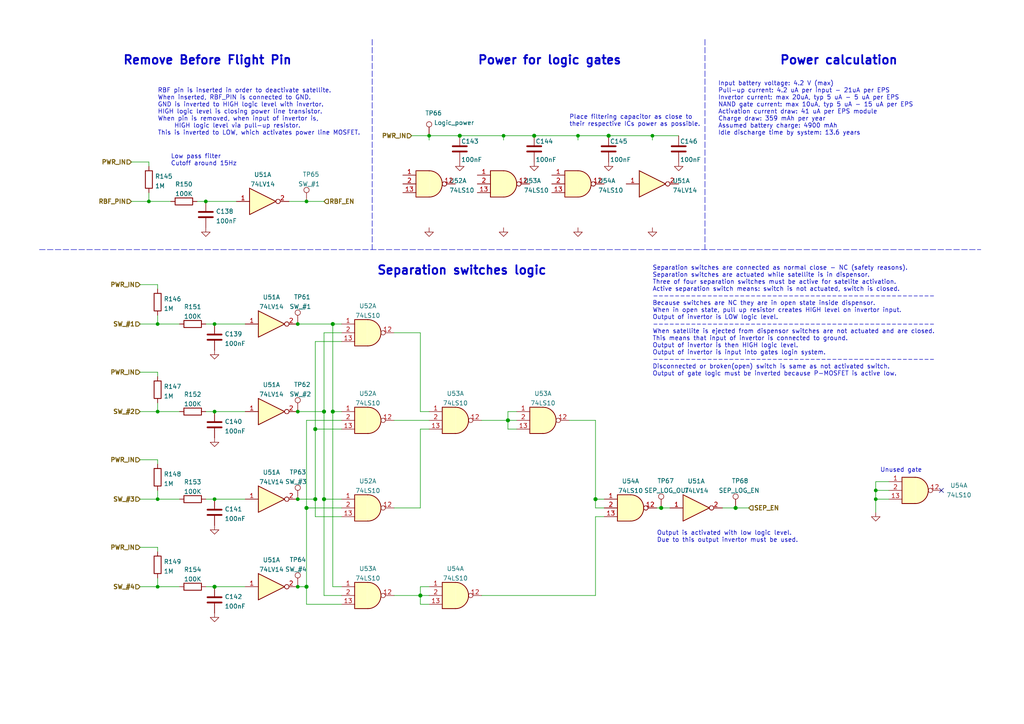
<source format=kicad_sch>
(kicad_sch (version 20210621) (generator eeschema)
  (paper "A4")
  (title_block (title "BUTCube - EPS") (date "2021-06-01") (rev "v1.0") (company "VUT - FIT(STRaDe) & FME(IAE & IPE)") (comment 1 "Author: Petr Malaník"))
  (lib_symbols
    (symbol "74xx:74LS10" (pin_names (offset 1.016))
      (property "Reference" "U" (at 0 1.27 0))
      (property "Value" "74LS10" (at 0 -1.27 0))
      (symbol "74LS10_1_1"
        (arc (start 0 -3.81) (end 0 3.81) (radius (at 0 0) (length 3.81) (angles -89.9 89.9)) (stroke (width 0.254)) (fill (type background)))
        (polyline (pts (xy 0 3.81) (xy -3.81 3.81) (xy -3.81 -3.81) (xy 0 -3.81)) (stroke (width 0.254)) (fill (type background)))
        (pin input line (at -7.62 2.54 0) (length 3.81) (name "~") (number "1"))
        (pin output inverted (at 7.62 0 180) (length 3.81) (name "~") (number "12"))
        (pin input line (at -7.62 -2.54 0) (length 3.81) (name "~") (number "13"))
        (pin input line (at -7.62 0 0) (length 3.81) (name "~") (number "2"))
      )
      (symbol "74LS10_1_2"
        (arc (start -3.81 3.81) (end -3.81 -3.81) (radius (at -9.144 0) (length 6.5532) (angles 35.4 -35.4)) (stroke (width 0.254)))
        (arc (start 3.81 0) (end -0.6096 3.81) (radius (at -1.1938 -1.3208) (length 5.1816) (angles 15 83.7)) (stroke (width 0.254)) (fill (type background)))
        (arc (start 3.81 0) (end -0.6096 -3.81) (radius (at -1.1938 1.3208) (length 5.1816) (angles -15 -83.7)) (stroke (width 0.254)) (fill (type background)))
        (polyline (pts (xy -3.81 -3.81) (xy -0.635 -3.81)) (stroke (width 0.254)) (fill (type background)))
        (polyline (pts (xy -3.81 3.81) (xy -0.635 3.81)) (stroke (width 0.254)) (fill (type background)))
        (polyline (pts (xy -0.635 3.81) (xy -3.81 3.81) (xy -3.81 3.81) (xy -3.556 3.4036) (xy -3.0226 2.2606) (xy -2.6924 1.0414) (xy -2.6162 -0.254) (xy -2.7686 -1.4986) (xy -3.175 -2.7178) (xy -3.81 -3.81) (xy -3.81 -3.81) (xy -0.635 -3.81)) (stroke (width -25.4)) (fill (type background)))
        (pin input inverted (at -7.62 2.54 0) (length 4.318) (name "~") (number "1"))
        (pin output line (at 7.62 0 180) (length 3.81) (name "~") (number "12"))
        (pin input inverted (at -7.62 -2.54 0) (length 4.318) (name "~") (number "13"))
        (pin input inverted (at -7.62 0 0) (length 4.953) (name "~") (number "2"))
      )
      (symbol "74LS10_2_1"
        (arc (start 0 -3.81) (end 0 3.81) (radius (at 0 0) (length 3.81) (angles -89.9 89.9)) (stroke (width 0.254)) (fill (type background)))
        (polyline (pts (xy 0 3.81) (xy -3.81 3.81) (xy -3.81 -3.81) (xy 0 -3.81)) (stroke (width 0.254)) (fill (type background)))
        (pin input line (at -7.62 2.54 0) (length 3.81) (name "~") (number "3"))
        (pin input line (at -7.62 0 0) (length 3.81) (name "~") (number "4"))
        (pin input line (at -7.62 -2.54 0) (length 3.81) (name "~") (number "5"))
        (pin output inverted (at 7.62 0 180) (length 3.81) (name "~") (number "6"))
      )
      (symbol "74LS10_2_2"
        (arc (start -3.81 3.81) (end -3.81 -3.81) (radius (at -9.144 0) (length 6.5532) (angles 35.4 -35.4)) (stroke (width 0.254)))
        (arc (start 3.81 0) (end -0.6096 3.81) (radius (at -1.1938 -1.3208) (length 5.1816) (angles 15 83.7)) (stroke (width 0.254)) (fill (type background)))
        (arc (start 3.81 0) (end -0.6096 -3.81) (radius (at -1.1938 1.3208) (length 5.1816) (angles -15 -83.7)) (stroke (width 0.254)) (fill (type background)))
        (polyline (pts (xy -3.81 -3.81) (xy -0.635 -3.81)) (stroke (width 0.254)) (fill (type background)))
        (polyline (pts (xy -3.81 3.81) (xy -0.635 3.81)) (stroke (width 0.254)) (fill (type background)))
        (polyline (pts (xy -0.635 3.81) (xy -3.81 3.81) (xy -3.81 3.81) (xy -3.556 3.4036) (xy -3.0226 2.2606) (xy -2.6924 1.0414) (xy -2.6162 -0.254) (xy -2.7686 -1.4986) (xy -3.175 -2.7178) (xy -3.81 -3.81) (xy -3.81 -3.81) (xy -0.635 -3.81)) (stroke (width -25.4)) (fill (type background)))
        (pin input inverted (at -7.62 2.54 0) (length 4.318) (name "~") (number "3"))
        (pin input inverted (at -7.62 0 0) (length 4.953) (name "~") (number "4"))
        (pin input inverted (at -7.62 -2.54 0) (length 4.318) (name "~") (number "5"))
        (pin output line (at 7.62 0 180) (length 3.81) (name "~") (number "6"))
      )
      (symbol "74LS10_3_1"
        (arc (start 0 -3.81) (end 0 3.81) (radius (at 0 0) (length 3.81) (angles -89.9 89.9)) (stroke (width 0.254)) (fill (type background)))
        (polyline (pts (xy 0 3.81) (xy -3.81 3.81) (xy -3.81 -3.81) (xy 0 -3.81)) (stroke (width 0.254)) (fill (type background)))
        (pin input line (at -7.62 0 0) (length 3.81) (name "~") (number "10"))
        (pin input line (at -7.62 -2.54 0) (length 3.81) (name "~") (number "11"))
        (pin output inverted (at 7.62 0 180) (length 3.81) (name "~") (number "8"))
        (pin input line (at -7.62 2.54 0) (length 3.81) (name "~") (number "9"))
      )
      (symbol "74LS10_3_2"
        (arc (start -3.81 3.81) (end -3.81 -3.81) (radius (at -9.144 0) (length 6.5532) (angles 35.4 -35.4)) (stroke (width 0.254)))
        (arc (start 3.81 0) (end -0.6096 3.81) (radius (at -1.1938 -1.3208) (length 5.1816) (angles 15 83.7)) (stroke (width 0.254)) (fill (type background)))
        (arc (start 3.81 0) (end -0.6096 -3.81) (radius (at -1.1938 1.3208) (length 5.1816) (angles -15 -83.7)) (stroke (width 0.254)) (fill (type background)))
        (polyline (pts (xy -3.81 -3.81) (xy -0.635 -3.81)) (stroke (width 0.254)) (fill (type background)))
        (polyline (pts (xy -3.81 3.81) (xy -0.635 3.81)) (stroke (width 0.254)) (fill (type background)))
        (polyline (pts (xy -0.635 3.81) (xy -3.81 3.81) (xy -3.81 3.81) (xy -3.556 3.4036) (xy -3.0226 2.2606) (xy -2.6924 1.0414) (xy -2.6162 -0.254) (xy -2.7686 -1.4986) (xy -3.175 -2.7178) (xy -3.81 -3.81) (xy -3.81 -3.81) (xy -0.635 -3.81)) (stroke (width -25.4)) (fill (type background)))
        (pin input inverted (at -7.62 0 0) (length 4.953) (name "~") (number "10"))
        (pin input inverted (at -7.62 -2.54 0) (length 4.318) (name "~") (number "11"))
        (pin output line (at 7.62 0 180) (length 3.81) (name "~") (number "8"))
        (pin input inverted (at -7.62 2.54 0) (length 4.318) (name "~") (number "9"))
      )
      (symbol "74LS10_4_0"
        (pin power_in line (at 0 12.7 270) (length 5.08) (name "VCC") (number "14"))
        (pin power_in line (at 0 -12.7 90) (length 5.08) (name "GND") (number "7"))
      )
      (symbol "74LS10_4_1"
        (rectangle (start -5.08 7.62) (end 5.08 -7.62) (stroke (width 0.254)) (fill (type background)))
      )
    )
    (symbol "74xx:74LV14" (pin_names (offset 1.016))
      (property "Reference" "U" (at 0 1.27 0))
      (property "Value" "74LV14" (at 0 -1.27 0))
      (symbol "74LV14_1_0"
        (polyline (pts (xy -3.81 3.81) (xy -3.81 -3.81) (xy 3.81 0) (xy -3.81 3.81)) (stroke (width 0.254)) (fill (type background)))
        (pin input line (at -7.62 0 0) (length 3.81) (name "~") (number "1"))
        (pin output inverted (at 7.62 0 180) (length 3.81) (name "~") (number "2"))
      )
      (symbol "74LV14_2_0"
        (polyline (pts (xy -3.81 3.81) (xy -3.81 -3.81) (xy 3.81 0) (xy -3.81 3.81)) (stroke (width 0.254)) (fill (type background)))
        (pin input line (at -7.62 0 0) (length 3.81) (name "~") (number "3"))
        (pin output inverted (at 7.62 0 180) (length 3.81) (name "~") (number "4"))
      )
      (symbol "74LV14_3_0"
        (polyline (pts (xy -3.81 3.81) (xy -3.81 -3.81) (xy 3.81 0) (xy -3.81 3.81)) (stroke (width 0.254)) (fill (type background)))
        (pin input line (at -7.62 0 0) (length 3.81) (name "~") (number "5"))
        (pin output inverted (at 7.62 0 180) (length 3.81) (name "~") (number "6"))
      )
      (symbol "74LV14_4_0"
        (polyline (pts (xy -3.81 3.81) (xy -3.81 -3.81) (xy 3.81 0) (xy -3.81 3.81)) (stroke (width 0.254)) (fill (type background)))
        (pin output inverted (at 7.62 0 180) (length 3.81) (name "~") (number "8"))
        (pin input line (at -7.62 0 0) (length 3.81) (name "~") (number "9"))
      )
      (symbol "74LV14_5_0"
        (polyline (pts (xy -3.81 3.81) (xy -3.81 -3.81) (xy 3.81 0) (xy -3.81 3.81)) (stroke (width 0.254)) (fill (type background)))
        (pin output inverted (at 7.62 0 180) (length 3.81) (name "~") (number "10"))
        (pin input line (at -7.62 0 0) (length 3.81) (name "~") (number "11"))
      )
      (symbol "74LV14_6_0"
        (polyline (pts (xy -3.81 3.81) (xy -3.81 -3.81) (xy 3.81 0) (xy -3.81 3.81)) (stroke (width 0.254)) (fill (type background)))
        (pin output inverted (at 7.62 0 180) (length 3.81) (name "~") (number "12"))
        (pin input line (at -7.62 0 0) (length 3.81) (name "~") (number "13"))
      )
      (symbol "74LV14_7_0"
        (pin power_in line (at 0 12.7 270) (length 5.08) (name "3.3V") (number "14"))
        (pin power_in line (at 0 -12.7 90) (length 5.08) (name "GND") (number "7"))
      )
      (symbol "74LV14_7_1"
        (rectangle (start -5.08 7.62) (end 5.08 -7.62) (stroke (width 0.254)) (fill (type background)))
      )
    )
    (symbol "Connector:TestPoint" (pin_numbers hide) (pin_names (offset 0.762) hide)
      (property "Reference" "TP" (at 0 6.858 0))
      (property "Value" "TestPoint" (at 0 5.08 0))
      (symbol "TestPoint_0_1"
        (circle (center 0 3.302) (radius 0.762))
      )
      (symbol "TestPoint_1_1"
        (pin passive line (at 0 0 90) (length 2.54) (name "1") (number "1"))
      )
    )
    (symbol "Device:C" (pin_numbers hide) (pin_names (offset 0.254))
      (property "Reference" "C" (at 0.635 2.54 0))
      (property "Value" "C" (at 0.635 -2.54 0))
      (symbol "C_0_1"
        (polyline (pts (xy -2.032 -0.762) (xy 2.032 -0.762)) (stroke (width 0.508)))
        (polyline (pts (xy -2.032 0.762) (xy 2.032 0.762)) (stroke (width 0.508)))
      )
      (symbol "C_1_1"
        (pin passive line (at 0 3.81 270) (length 2.794) (name "~") (number "1"))
        (pin passive line (at 0 -3.81 90) (length 2.794) (name "~") (number "2"))
      )
    )
    (symbol "Device:R" (pin_numbers hide) (pin_names (offset 0))
      (property "Reference" "R" (at 2.032 0 90))
      (property "Value" "R" (at 0 0 90))
      (symbol "R_0_1"
        (rectangle (start -1.016 -2.54) (end 1.016 2.54) (stroke (width 0.254)))
      )
      (symbol "R_1_1"
        (pin passive line (at 0 3.81 270) (length 1.27) (name "~") (number "1"))
        (pin passive line (at 0 -3.81 90) (length 1.27) (name "~") (number "2"))
      )
    )
    (symbol "power:GND" (power) (pin_names (offset 0))
      (property "Value" "GND" (at 0 -3.81 0))
      (symbol "GND_0_1"
        (polyline (pts (xy 0 0) (xy 0 -1.27) (xy 1.27 -1.27) (xy 0 -2.54) (xy -1.27 -1.27) (xy 0 -1.27)))
      )
      (symbol "GND_1_1"
        (pin power_in line (at 0 0 270) (length 0) hide (name "GND") (number "1"))
      )
    )
  )
  (junction (at 43.18 58.42) (diameter 0.9144))
  (junction (at 45.72 93.98) (diameter 0.9144))
  (junction (at 45.72 119.38) (diameter 0.9144))
  (junction (at 45.72 144.78) (diameter 0.9144))
  (junction (at 45.72 170.18) (diameter 0.9144))
  (junction (at 59.69 58.42) (diameter 0.9144))
  (junction (at 62.23 93.98) (diameter 0.9144))
  (junction (at 62.23 119.38) (diameter 0.9144))
  (junction (at 62.23 144.78) (diameter 0.9144))
  (junction (at 62.23 170.18) (diameter 1.016))
  (junction (at 86.36 93.98) (diameter 0.9144))
  (junction (at 86.36 119.38) (diameter 0.9144))
  (junction (at 86.36 144.78) (diameter 0.9144))
  (junction (at 86.36 170.18) (diameter 0.9144))
  (junction (at 88.9 58.42) (diameter 0.9144))
  (junction (at 88.9 147.32) (diameter 1.016))
  (junction (at 88.9 170.18) (diameter 1.016))
  (junction (at 91.44 124.46) (diameter 1.016))
  (junction (at 91.44 144.78) (diameter 1.016))
  (junction (at 93.98 119.38) (diameter 1.016))
  (junction (at 93.98 144.78) (diameter 1.016))
  (junction (at 96.52 93.98) (diameter 1.016))
  (junction (at 96.52 119.38) (diameter 1.016))
  (junction (at 121.92 172.72) (diameter 1.016))
  (junction (at 124.46 39.37) (diameter 0.9144))
  (junction (at 133.35 39.37) (diameter 1.016))
  (junction (at 146.05 39.37) (diameter 0.9144))
  (junction (at 147.32 121.92) (diameter 1.016))
  (junction (at 154.94 39.37) (diameter 1.016))
  (junction (at 167.64 39.37) (diameter 0.9144))
  (junction (at 172.72 144.78) (diameter 1.016))
  (junction (at 176.53 39.37) (diameter 1.016))
  (junction (at 189.23 39.37) (diameter 0.9144))
  (junction (at 191.77 147.32) (diameter 1.016))
  (junction (at 213.36 147.32) (diameter 1.016))
  (junction (at 254 142.24) (diameter 0.9144))
  (junction (at 254 144.78) (diameter 0.9144))
  (no_connect (at 273.05 142.24))
  (wire (pts (xy 38.1 46.99) (xy 43.18 46.99)))
  (wire (pts (xy 38.1 58.42) (xy 43.18 58.42)))
  (wire (pts (xy 40.64 82.55) (xy 45.72 82.55)))
  (wire (pts (xy 40.64 93.98) (xy 45.72 93.98)))
  (wire (pts (xy 40.64 107.95) (xy 45.72 107.95)))
  (wire (pts (xy 40.64 119.38) (xy 45.72 119.38)))
  (wire (pts (xy 40.64 133.35) (xy 45.72 133.35)))
  (wire (pts (xy 40.64 144.78) (xy 45.72 144.78)))
  (wire (pts (xy 40.64 158.75) (xy 45.72 158.75)))
  (wire (pts (xy 40.64 170.18) (xy 45.72 170.18)))
  (wire (pts (xy 43.18 46.99) (xy 43.18 48.26)))
  (wire (pts (xy 43.18 55.88) (xy 43.18 58.42)))
  (wire (pts (xy 43.18 58.42) (xy 49.53 58.42)))
  (wire (pts (xy 45.72 82.55) (xy 45.72 83.82)))
  (wire (pts (xy 45.72 91.44) (xy 45.72 93.98)))
  (wire (pts (xy 45.72 93.98) (xy 52.07 93.98)))
  (wire (pts (xy 45.72 107.95) (xy 45.72 109.22)))
  (wire (pts (xy 45.72 116.84) (xy 45.72 119.38)))
  (wire (pts (xy 45.72 119.38) (xy 52.07 119.38)))
  (wire (pts (xy 45.72 133.35) (xy 45.72 134.62)))
  (wire (pts (xy 45.72 142.24) (xy 45.72 144.78)))
  (wire (pts (xy 45.72 144.78) (xy 52.07 144.78)))
  (wire (pts (xy 45.72 158.75) (xy 45.72 160.02)))
  (wire (pts (xy 45.72 167.64) (xy 45.72 170.18)))
  (wire (pts (xy 45.72 170.18) (xy 52.07 170.18)))
  (wire (pts (xy 57.15 58.42) (xy 59.69 58.42)))
  (wire (pts (xy 59.69 58.42) (xy 68.58 58.42)))
  (wire (pts (xy 59.69 93.98) (xy 62.23 93.98)))
  (wire (pts (xy 59.69 119.38) (xy 62.23 119.38)))
  (wire (pts (xy 59.69 144.78) (xy 62.23 144.78)))
  (wire (pts (xy 59.69 170.18) (xy 62.23 170.18)))
  (wire (pts (xy 62.23 93.98) (xy 71.12 93.98)))
  (wire (pts (xy 62.23 119.38) (xy 71.12 119.38)))
  (wire (pts (xy 62.23 144.78) (xy 71.12 144.78)))
  (wire (pts (xy 62.23 170.18) (xy 71.12 170.18)))
  (wire (pts (xy 86.36 119.38) (xy 93.98 119.38)))
  (wire (pts (xy 86.36 144.78) (xy 91.44 144.78)))
  (wire (pts (xy 88.9 58.42) (xy 83.82 58.42)))
  (wire (pts (xy 88.9 58.42) (xy 93.98 58.42)))
  (wire (pts (xy 88.9 121.92) (xy 99.06 121.92)))
  (wire (pts (xy 88.9 147.32) (xy 88.9 121.92)))
  (wire (pts (xy 88.9 147.32) (xy 99.06 147.32)))
  (wire (pts (xy 88.9 170.18) (xy 86.36 170.18)))
  (wire (pts (xy 88.9 170.18) (xy 88.9 147.32)))
  (wire (pts (xy 88.9 175.26) (xy 88.9 170.18)))
  (wire (pts (xy 91.44 99.06) (xy 99.06 99.06)))
  (wire (pts (xy 91.44 124.46) (xy 91.44 99.06)))
  (wire (pts (xy 91.44 124.46) (xy 99.06 124.46)))
  (wire (pts (xy 91.44 144.78) (xy 91.44 124.46)))
  (wire (pts (xy 91.44 149.86) (xy 91.44 144.78)))
  (wire (pts (xy 93.98 96.52) (xy 99.06 96.52)))
  (wire (pts (xy 93.98 119.38) (xy 93.98 96.52)))
  (wire (pts (xy 93.98 119.38) (xy 93.98 144.78)))
  (wire (pts (xy 93.98 144.78) (xy 93.98 172.72)))
  (wire (pts (xy 93.98 144.78) (xy 99.06 144.78)))
  (wire (pts (xy 93.98 172.72) (xy 99.06 172.72)))
  (wire (pts (xy 96.52 93.98) (xy 86.36 93.98)))
  (wire (pts (xy 96.52 93.98) (xy 99.06 93.98)))
  (wire (pts (xy 96.52 119.38) (xy 96.52 93.98)))
  (wire (pts (xy 96.52 119.38) (xy 99.06 119.38)))
  (wire (pts (xy 96.52 170.18) (xy 96.52 119.38)))
  (wire (pts (xy 99.06 149.86) (xy 91.44 149.86)))
  (wire (pts (xy 99.06 170.18) (xy 96.52 170.18)))
  (wire (pts (xy 99.06 175.26) (xy 88.9 175.26)))
  (wire (pts (xy 114.3 121.92) (xy 124.46 121.92)))
  (wire (pts (xy 114.3 147.32) (xy 121.92 147.32)))
  (wire (pts (xy 114.3 172.72) (xy 121.92 172.72)))
  (wire (pts (xy 119.38 39.37) (xy 124.46 39.37)))
  (wire (pts (xy 121.92 96.52) (xy 114.3 96.52)))
  (wire (pts (xy 121.92 119.38) (xy 121.92 96.52)))
  (wire (pts (xy 121.92 124.46) (xy 124.46 124.46)))
  (wire (pts (xy 121.92 147.32) (xy 121.92 124.46)))
  (wire (pts (xy 121.92 170.18) (xy 124.46 170.18)))
  (wire (pts (xy 121.92 172.72) (xy 121.92 170.18)))
  (wire (pts (xy 121.92 172.72) (xy 124.46 172.72)))
  (wire (pts (xy 121.92 175.26) (xy 121.92 172.72)))
  (wire (pts (xy 124.46 39.37) (xy 124.46 40.64)))
  (wire (pts (xy 124.46 39.37) (xy 133.35 39.37)))
  (wire (pts (xy 124.46 119.38) (xy 121.92 119.38)))
  (wire (pts (xy 124.46 175.26) (xy 121.92 175.26)))
  (wire (pts (xy 133.35 39.37) (xy 146.05 39.37)))
  (wire (pts (xy 139.7 121.92) (xy 147.32 121.92)))
  (wire (pts (xy 146.05 39.37) (xy 146.05 40.64)))
  (wire (pts (xy 146.05 39.37) (xy 154.94 39.37)))
  (wire (pts (xy 147.32 119.38) (xy 147.32 121.92)))
  (wire (pts (xy 147.32 121.92) (xy 147.32 124.46)))
  (wire (pts (xy 147.32 121.92) (xy 149.86 121.92)))
  (wire (pts (xy 147.32 124.46) (xy 149.86 124.46)))
  (wire (pts (xy 149.86 119.38) (xy 147.32 119.38)))
  (wire (pts (xy 154.94 39.37) (xy 167.64 39.37)))
  (wire (pts (xy 167.64 39.37) (xy 167.64 40.64)))
  (wire (pts (xy 167.64 39.37) (xy 176.53 39.37)))
  (wire (pts (xy 172.72 121.92) (xy 165.1 121.92)))
  (wire (pts (xy 172.72 144.78) (xy 172.72 121.92)))
  (wire (pts (xy 172.72 144.78) (xy 175.26 144.78)))
  (wire (pts (xy 172.72 147.32) (xy 172.72 144.78)))
  (wire (pts (xy 172.72 149.86) (xy 172.72 172.72)))
  (wire (pts (xy 172.72 172.72) (xy 139.7 172.72)))
  (wire (pts (xy 175.26 147.32) (xy 172.72 147.32)))
  (wire (pts (xy 175.26 149.86) (xy 172.72 149.86)))
  (wire (pts (xy 176.53 39.37) (xy 189.23 39.37)))
  (wire (pts (xy 189.23 39.37) (xy 189.23 40.64)))
  (wire (pts (xy 189.23 39.37) (xy 196.85 39.37)))
  (wire (pts (xy 190.5 147.32) (xy 191.77 147.32)))
  (wire (pts (xy 191.77 147.32) (xy 194.31 147.32)))
  (wire (pts (xy 209.55 147.32) (xy 213.36 147.32)))
  (wire (pts (xy 213.36 147.32) (xy 217.17 147.32)))
  (wire (pts (xy 254 139.7) (xy 254 142.24)))
  (wire (pts (xy 254 142.24) (xy 254 144.78)))
  (wire (pts (xy 254 142.24) (xy 257.81 142.24)))
  (wire (pts (xy 254 144.78) (xy 254 148.59)))
  (wire (pts (xy 254 144.78) (xy 257.81 144.78)))
  (wire (pts (xy 257.81 139.7) (xy 254 139.7)))
  (polyline (pts (xy 11.43 72.39) (xy 284.48 72.39)) (stroke (width 0) (type dash)))
  (polyline (pts (xy 107.95 11.43) (xy 107.95 72.39)) (stroke (width 0) (type dash)))
  (polyline (pts (xy 204.47 11.43) (xy 204.47 72.39)) (stroke (width 0) (type dash)))
  (text "Remove Before Flight Pin" (at 35.56 19.05 0) (effects (font (size 2.5 2.5) (thickness 0.5) bold) (justify left bottom)))
  (text "RBF pin is inserted in order to deactivate satellite.\nWhen inserted, RBF_PIN is connected to GND.\nGND is inverted to HIGH logic level with invertor.\nHIGH logic level is closing power line transistor.\nWhen pin is removed, when input of invertor is,\n	HIGH logic level via pull-up resistor.\nThis is inverted to LOW, which activates power line MOSFET." (at 45.72 39.37 0) (effects (font (size 1.27 1.27)) (justify left bottom)))
  (text "Low pass filter\nCutoff around 15Hz" (at 49.53 48.26 0) (effects (font (size 1.27 1.27)) (justify left bottom)))
  (text "Separation switches logic" (at 109.22 80.01 0) (effects (font (size 2.5 2.5) (thickness 0.5) bold) (justify left bottom)))
  (text "Power for logic gates" (at 138.43 19.05 0) (effects (font (size 2.5 2.5) (thickness 0.5) bold) (justify left bottom)))
  (text "Place filtering capacitor as close to\ntheir respective ICs power as possible." (at 165.1 36.83 0) (effects (font (size 1.27 1.27)) (justify left bottom)))
  (text "Separation switches are connected as normal close - NC (safety reasons).\nSeparation switches are actuated while satellite is in dispensor.\nThree of four separation switches must be active for satelite activation.\nActive separation switch means: switch is not actuated, switch is closed.\n----------------------------------------------------\nBecause switches are NC they are in open state inside dispensor.\nWhen in open state, pull up resistor creates HIGH level on invertor input.\nOutput of invertor is LOW logic level.\n----------------------------------------------------\nWhen satellite is ejected from dispensor switches are not actuated and are closed.\nThis means that input of invertor is connected to ground.\nOutput of invertor is then HIGH logic level.\nOutput of invertor is input into gates login system.\n----------------------------------------------------\nDisconnected or broken(open) switch is same as not activated switch.\nOutput of gate logic must be inverted because P-MOSFET is active low." (at 189.23 109.22 0) (effects (font (size 1.27 1.27)) (justify left bottom)))
  (text "Output is activated with low logic level.\nDue to this output invertor must be used." (at 190.5 157.48 0) (effects (font (size 1.27 1.27)) (justify left bottom)))
  (text "Input battery voltage: 4.2 V (max)\nPull-up current: 4.2 uA per input - 21uA per EPS\nInvertor current: max 20uA, typ 5 uA - 5 uA per EPS\nNAND gate current: max 10uA, typ 5 uA - 15 uA per EPS\nActivation current draw: 41 uA per EPS module\nCharge draw: 359 mAh per year\nAssumed battery charge: 4900 mAh\nIdle discharge time by system: 13.6 years" (at 208.28 39.37 0) (effects (font (size 1.27 1.27)) (justify left bottom)))
  (text "Power calculation" (at 226.06 19.05 0) (effects (font (size 2.5 2.5) (thickness 0.5) bold) (justify left bottom)))
  (text "Unused gate" (at 255.27 137.16 0) (effects (font (size 1.27 1.27)) (justify left bottom)))
  (hierarchical_label "PWR_IN" (shape input) (at 38.1 46.99 180) (effects (font (thickness 0.254))))
  (hierarchical_label "RBF_PIN" (shape input) (at 38.1 58.42 180) (effects (font (thickness 0.254))))
  (hierarchical_label "PWR_IN" (shape input) (at 40.64 82.55 180) (effects (font (thickness 0.254))))
  (hierarchical_label "SW_#1" (shape input) (at 40.64 93.98 180) (effects (font (thickness 0.254))))
  (hierarchical_label "PWR_IN" (shape input) (at 40.64 107.95 180) (effects (font (thickness 0.254))))
  (hierarchical_label "SW_#2" (shape input) (at 40.64 119.38 180) (effects (font (thickness 0.254))))
  (hierarchical_label "PWR_IN" (shape input) (at 40.64 133.35 180) (effects (font (thickness 0.254))))
  (hierarchical_label "SW_#3" (shape input) (at 40.64 144.78 180) (effects (font (thickness 0.254))))
  (hierarchical_label "PWR_IN" (shape input) (at 40.64 158.75 180) (effects (font (thickness 0.254))))
  (hierarchical_label "SW_#4" (shape input) (at 40.64 170.18 180) (effects (font (thickness 0.254))))
  (hierarchical_label "RBF_EN" (shape input) (at 93.98 58.42 0) (effects (font (thickness 0.254))))
  (hierarchical_label "PWR_IN" (shape input) (at 119.38 39.37 180) (effects (font (thickness 0.254))))
  (hierarchical_label "SEP_EN" (shape input) (at 217.17 147.32 0) (effects (font (thickness 0.254))))
  (symbol (lib_id "Connector:TestPoint") (at 86.36 93.98 0)
    (property "Reference" "TP61" (at 85.2171 86.15 0) (effects (justify left)))
    (property "Value" "SW_#1" (at 83.9471 88.9251 0) (effects (justify left)))
    (property "Footprint" "TCY_connectors:TestPoint_Pad_D0.5mm" (effects hide))
  )
  (symbol (lib_id "Connector:TestPoint") (at 86.36 119.38 0)
    (property "Reference" "TP62" (at 85.2171 111.55 0) (effects (justify left)))
    (property "Value" "SW_#2" (at 83.9471 114.3251 0) (effects (justify left)))
    (property "Footprint" "TCY_connectors:TestPoint_Pad_D0.5mm" (effects hide))
  )
  (symbol (lib_id "Connector:TestPoint") (at 86.36 144.78 0)
    (property "Reference" "TP63" (at 83.9471 136.95 0) (effects (justify left)))
    (property "Value" "SW_#3" (at 82.6771 139.7251 0) (effects (justify left)))
    (property "Footprint" "TCY_connectors:TestPoint_Pad_D0.5mm" (effects hide))
  )
  (symbol (lib_id "Connector:TestPoint") (at 86.36 170.18 0)
    (property "Reference" "TP64" (at 83.9471 162.35 0) (effects (justify left)))
    (property "Value" "SW_#4" (at 82.6771 165.1251 0) (effects (justify left)))
    (property "Footprint" "TCY_connectors:TestPoint_Pad_D0.5mm" (effects hide))
  )
  (symbol (lib_id "Connector:TestPoint") (at 88.9 58.42 0)
    (property "Reference" "TP65" (at 87.7571 50.59 0) (effects (justify left)))
    (property "Value" "SW_#1" (at 86.4871 53.3651 0) (effects (justify left)))
    (property "Footprint" "TCY_connectors:TestPoint_Pad_D0.5mm" (effects hide))
  )
  (symbol (lib_id "Connector:TestPoint") (at 124.46 39.37 0)
    (property "Reference" "TP66" (at 123.3171 32.81 0) (effects (justify left)))
    (property "Value" "Logic_power" (at 125.8571 35.5851 0) (effects (justify left)))
    (property "Footprint" "TCY_connectors:TestPoint_Pad_D0.5mm" (effects hide))
  )
  (symbol (lib_id "Connector:TestPoint") (at 191.77 147.32 0)
    (property "Reference" "TP67" (at 190.6271 139.49 0) (effects (justify left)))
    (property "Value" "SEP_LOG_OUT" (at 186.8171 142.2651 0) (effects (justify left)))
    (property "Footprint" "TCY_connectors:TestPoint_Pad_D0.5mm" (effects hide))
  )
  (symbol (lib_id "Connector:TestPoint") (at 213.36 147.32 0)
    (property "Reference" "TP68" (at 212.2171 139.49 0) (effects (justify left)))
    (property "Value" "SEP_LOG_EN" (at 208.4071 142.2651 0) (effects (justify left)))
    (property "Footprint" "TCY_connectors:TestPoint_Pad_D0.5mm" (effects hide))
  )
  (symbol (lib_id "power:GND") (at 59.69 66.04 0)
    (property "Reference" "#PWR0310" (effects hide))
    (property "Value" "GND" (effects hide))
  )
  (symbol (lib_id "power:GND") (at 62.23 101.6 0)
    (property "Reference" "#PWR0311" (effects hide))
    (property "Value" "GND" (effects hide))
  )
  (symbol (lib_id "power:GND") (at 62.23 127 0)
    (property "Reference" "#PWR0312" (effects hide))
    (property "Value" "GND" (effects hide))
  )
  (symbol (lib_id "power:GND") (at 62.23 152.4 0)
    (property "Reference" "#PWR0313" (effects hide))
    (property "Value" "GND" (effects hide))
  )
  (symbol (lib_id "power:GND") (at 62.23 177.8 0)
    (property "Reference" "#PWR0314" (effects hide))
    (property "Value" "GND" (effects hide))
  )
  (symbol (lib_id "power:GND") (at 124.46 66.04 0)
    (property "Reference" "#PWR0315" (effects hide))
    (property "Value" "GND" (effects hide))
  )
  (symbol (lib_id "power:GND") (at 133.35 46.99 0)
    (property "Reference" "#PWR0316" (effects hide))
    (property "Value" "GND" (effects hide))
  )
  (symbol (lib_id "power:GND") (at 146.05 66.04 0)
    (property "Reference" "#PWR0317" (effects hide))
    (property "Value" "GND" (effects hide))
  )
  (symbol (lib_id "power:GND") (at 154.94 46.99 0)
    (property "Reference" "#PWR0318" (effects hide))
    (property "Value" "GND" (effects hide))
  )
  (symbol (lib_id "power:GND") (at 167.64 66.04 0)
    (property "Reference" "#PWR0319" (effects hide))
    (property "Value" "GND" (effects hide))
  )
  (symbol (lib_id "power:GND") (at 176.53 46.99 0)
    (property "Reference" "#PWR0320" (effects hide))
    (property "Value" "GND" (effects hide))
  )
  (symbol (lib_id "power:GND") (at 189.23 66.04 0)
    (property "Reference" "#PWR0321" (effects hide))
    (property "Value" "GND" (effects hide))
  )
  (symbol (lib_id "power:GND") (at 196.85 46.99 0)
    (property "Reference" "#PWR0322" (effects hide))
    (property "Value" "GND" (effects hide))
  )
  (symbol (lib_id "power:GND") (at 254 148.59 0)
    (property "Reference" "#PWR0323" (effects hide))
    (property "Value" "GND" (effects hide))
  )
  (symbol (lib_id "Device:R") (at 43.18 52.07 0)
    (property "Reference" "R145" (at 44.9581 51.1615 0) (effects (justify left)))
    (property "Value" "1M" (at 44.9581 53.9366 0) (effects (justify left)))
  )
  (symbol (lib_id "Device:R") (at 45.72 87.63 0)
    (property "Reference" "R146" (at 47.4981 86.7215 0) (effects (justify left)))
    (property "Value" "1M" (at 47.4981 89.4966 0) (effects (justify left)))
  )
  (symbol (lib_id "Device:R") (at 45.72 113.03 0)
    (property "Reference" "R147" (at 47.4981 112.1215 0) (effects (justify left)))
    (property "Value" "1M" (at 47.4981 114.8966 0) (effects (justify left)))
  )
  (symbol (lib_id "Device:R") (at 45.72 138.43 0)
    (property "Reference" "R148" (at 47.4981 137.5215 0) (effects (justify left)))
    (property "Value" "1M" (at 47.4981 140.2966 0) (effects (justify left)))
  )
  (symbol (lib_id "Device:R") (at 45.72 163.83 0)
    (property "Reference" "R149" (at 47.4981 162.9215 0) (effects (justify left)))
    (property "Value" "1M" (at 47.4981 165.6966 0) (effects (justify left)))
  )
  (symbol (lib_id "Device:R") (at 53.34 58.42 90)
    (property "Reference" "R150" (at 53.34 53.4374 90))
    (property "Value" "100K" (at 53.34 56.2125 90))
  )
  (symbol (lib_id "Device:R") (at 55.88 93.98 90)
    (property "Reference" "R151" (at 55.88 88.9974 90))
    (property "Value" "100K" (at 55.88 91.7725 90))
  )
  (symbol (lib_id "Device:R") (at 55.88 119.38 90)
    (property "Reference" "R152" (at 55.88 114.3974 90))
    (property "Value" "100K" (at 55.88 117.1725 90))
  )
  (symbol (lib_id "Device:R") (at 55.88 144.78 90)
    (property "Reference" "R153" (at 55.88 139.7974 90))
    (property "Value" "100K" (at 55.88 142.5725 90))
  )
  (symbol (lib_id "Device:R") (at 55.88 170.18 90)
    (property "Reference" "R154" (at 55.88 165.1974 90))
    (property "Value" "100K" (at 55.88 167.9725 90))
  )
  (symbol (lib_id "Device:C") (at 59.69 62.23 0)
    (property "Reference" "C138" (at 62.6111 61.3215 0) (effects (justify left)))
    (property "Value" "100nF" (at 62.6111 64.0966 0) (effects (justify left)))
  )
  (symbol (lib_id "Device:C") (at 62.23 97.79 0)
    (property "Reference" "C139" (at 65.1511 96.8815 0) (effects (justify left)))
    (property "Value" "100nF" (at 65.1511 99.6566 0) (effects (justify left)))
  )
  (symbol (lib_id "Device:C") (at 62.23 123.19 0)
    (property "Reference" "C140" (at 65.1511 122.2815 0) (effects (justify left)))
    (property "Value" "100nF" (at 65.1511 125.0566 0) (effects (justify left)))
  )
  (symbol (lib_id "Device:C") (at 62.23 148.59 0)
    (property "Reference" "C141" (at 65.1511 147.6815 0) (effects (justify left)))
    (property "Value" "100nF" (at 65.1511 150.4566 0) (effects (justify left)))
  )
  (symbol (lib_id "Device:C") (at 62.23 173.99 0)
    (property "Reference" "C142" (at 65.1511 173.0815 0) (effects (justify left)))
    (property "Value" "100nF" (at 65.1511 175.8566 0) (effects (justify left)))
  )
  (symbol (lib_id "Device:C") (at 133.35 43.18 0)
    (property "Reference" "C143" (at 133.7311 41.0015 0) (effects (justify left)))
    (property "Value" "100nF" (at 133.7311 46.3166 0) (effects (justify left)))
  )
  (symbol (lib_id "Device:C") (at 154.94 43.18 0)
    (property "Reference" "C144" (at 155.3211 41.0015 0) (effects (justify left)))
    (property "Value" "100nF" (at 155.3211 46.3166 0) (effects (justify left)))
  )
  (symbol (lib_id "Device:C") (at 176.53 43.18 0)
    (property "Reference" "C145" (at 176.9111 41.0015 0) (effects (justify left)))
    (property "Value" "100nF" (at 176.9111 46.3166 0) (effects (justify left)))
  )
  (symbol (lib_id "Device:C") (at 196.85 43.18 0)
    (property "Reference" "C146" (at 197.2311 41.0015 0) (effects (justify left)))
    (property "Value" "100nF" (at 197.2311 46.3166 0) (effects (justify left)))
  )
  (symbol (lib_id "74xx:74LV14") (at 76.2 58.42 0)
    (property "Reference" "U51" (at 76.2 50.6434 0))
    (property "Value" "74LV14" (at 76.2 53.4185 0))
    (property "Footprint" "Package_DFN_QFN:Texas_S-PVQFN-N14" (effects hide))
    (property "Datasheet" "http://www.ti.com/lit/gpn/sn74LV14" (effects hide))
  )
  (symbol (lib_id "74xx:74LV14") (at 78.74 93.98 0)
    (property "Reference" "U51" (at 78.74 86.2034 0))
    (property "Value" "74LV14" (at 78.74 88.9785 0))
    (property "Footprint" "Package_DFN_QFN:Texas_S-PVQFN-N14" (effects hide))
    (property "Datasheet" "http://www.ti.com/lit/gpn/sn74LV14" (effects hide))
  )
  (symbol (lib_id "74xx:74LV14") (at 78.74 119.38 0)
    (property "Reference" "U51" (at 78.74 111.6034 0))
    (property "Value" "74LV14" (at 78.74 114.3785 0))
    (property "Footprint" "Package_DFN_QFN:Texas_S-PVQFN-N14" (effects hide))
    (property "Datasheet" "http://www.ti.com/lit/gpn/sn74LV14" (effects hide))
  )
  (symbol (lib_id "74xx:74LV14") (at 78.74 144.78 0)
    (property "Reference" "U51" (at 78.74 137.0034 0))
    (property "Value" "74LV14" (at 78.74 139.7785 0))
    (property "Footprint" "Package_DFN_QFN:Texas_S-PVQFN-N14" (effects hide))
    (property "Datasheet" "http://www.ti.com/lit/gpn/sn74LV14" (effects hide))
  )
  (symbol (lib_id "74xx:74LV14") (at 78.74 170.18 0)
    (property "Reference" "U51" (at 78.74 162.4034 0))
    (property "Value" "74LV14" (at 78.74 165.1785 0))
    (property "Footprint" "Package_DFN_QFN:Texas_S-PVQFN-N14" (effects hide))
    (property "Datasheet" "http://www.ti.com/lit/gpn/sn74LV14" (effects hide))
  )
  (symbol (lib_id "74xx:74LS10") (at 106.68 96.52 0)
    (property "Reference" "U52" (at 106.68 88.7434 0))
    (property "Value" "74LS10" (at 106.68 91.5185 0))
    (property "Footprint" "TCY_IC:Nexperia_DHVQFN-14" (effects hide))
    (property "Datasheet" "http://www.ti.com/lit/gpn/sn74LS10" (effects hide))
  )
  (symbol (lib_id "74xx:74LS10") (at 106.68 121.92 0)
    (property "Reference" "U52" (at 106.68 114.1434 0))
    (property "Value" "74LS10" (at 106.68 116.9185 0))
    (property "Footprint" "TCY_IC:Nexperia_DHVQFN-14" (effects hide))
    (property "Datasheet" "http://www.ti.com/lit/gpn/sn74LS10" (effects hide))
  )
  (symbol (lib_id "74xx:74LS10") (at 106.68 147.32 0)
    (property "Reference" "U52" (at 106.68 139.5434 0))
    (property "Value" "74LS10" (at 106.68 142.3185 0))
    (property "Footprint" "TCY_IC:Nexperia_DHVQFN-14" (effects hide))
    (property "Datasheet" "http://www.ti.com/lit/gpn/sn74LS10" (effects hide))
  )
  (symbol (lib_id "74xx:74LS10") (at 106.68 172.72 0)
    (property "Reference" "U53" (at 106.68 164.9434 0))
    (property "Value" "74LS10" (at 106.68 167.7185 0))
    (property "Footprint" "TCY_IC:Nexperia_DHVQFN-14" (effects hide))
    (property "Datasheet" "http://www.ti.com/lit/gpn/sn74LS10" (effects hide))
  )
  (symbol (lib_id "74xx:74LS10") (at 132.08 121.92 0)
    (property "Reference" "U53" (at 132.08 114.1434 0))
    (property "Value" "74LS10" (at 132.08 116.9185 0))
    (property "Footprint" "TCY_IC:Nexperia_DHVQFN-14" (effects hide))
    (property "Datasheet" "http://www.ti.com/lit/gpn/sn74LS10" (effects hide))
  )
  (symbol (lib_id "74xx:74LS10") (at 132.08 172.72 0)
    (property "Reference" "U54" (at 132.08 164.9434 0))
    (property "Value" "74LS10" (at 132.08 167.7185 0))
    (property "Footprint" "TCY_IC:Nexperia_DHVQFN-14" (effects hide))
    (property "Datasheet" "http://www.ti.com/lit/gpn/sn74LS10" (effects hide))
  )
  (symbol (lib_id "74xx:74LS10") (at 157.48 121.92 0)
    (property "Reference" "U53" (at 157.48 114.1434 0))
    (property "Value" "74LS10" (at 157.48 116.9185 0))
    (property "Footprint" "TCY_IC:Nexperia_DHVQFN-14" (effects hide))
    (property "Datasheet" "http://www.ti.com/lit/gpn/sn74LS10" (effects hide))
  )
  (symbol (lib_id "74xx:74LS10") (at 182.88 147.32 0)
    (property "Reference" "U54" (at 182.88 139.5434 0))
    (property "Value" "74LS10" (at 182.88 142.3185 0))
    (property "Footprint" "TCY_IC:Nexperia_DHVQFN-14" (effects hide))
    (property "Datasheet" "http://www.ti.com/lit/gpn/sn74LS10" (effects hide))
  )
  (symbol (lib_id "74xx:74LV14") (at 201.93 147.32 0)
    (property "Reference" "U51" (at 201.93 139.5434 0))
    (property "Value" "74LV14" (at 201.93 142.3185 0))
    (property "Footprint" "Package_DFN_QFN:Texas_S-PVQFN-N14" (effects hide))
    (property "Datasheet" "http://www.ti.com/lit/gpn/sn74LV14" (effects hide))
  )
  (symbol (lib_id "74xx:74LS10") (at 265.43 142.24 0)
    (property "Reference" "U54" (at 278.13 140.8134 0))
    (property "Value" "74LS10" (at 278.13 143.5885 0))
    (property "Footprint" "TCY_IC:Nexperia_DHVQFN-14" (effects hide))
    (property "Datasheet" "http://www.ti.com/lit/gpn/sn74LS10" (effects hide))
  )
  (symbol (lib_id "74xx:74LS10") (at 124.46 53.34 0)
    (property "Reference" "U52" (at 130.3021 52.4315 0) (effects (justify left)))
    (property "Value" "74LS10" (at 130.3021 55.2066 0) (effects (justify left)))
    (property "Footprint" "TCY_IC:Nexperia_DHVQFN-14" (effects hide))
    (property "Datasheet" "http://www.ti.com/lit/gpn/sn74LS10" (effects hide))
  )
  (symbol (lib_id "74xx:74LS10") (at 146.05 53.34 0)
    (property "Reference" "U53" (at 151.8921 52.4315 0) (effects (justify left)))
    (property "Value" "74LS10" (at 151.8921 55.2066 0) (effects (justify left)))
    (property "Footprint" "TCY_IC:Nexperia_DHVQFN-14" (effects hide))
    (property "Datasheet" "http://www.ti.com/lit/gpn/sn74LS10" (effects hide))
  )
  (symbol (lib_id "74xx:74LS10") (at 167.64 53.34 0)
    (property "Reference" "U54" (at 173.4821 52.4315 0) (effects (justify left)))
    (property "Value" "74LS10" (at 173.4821 55.2066 0) (effects (justify left)))
    (property "Footprint" "TCY_IC:Nexperia_DHVQFN-14" (effects hide))
    (property "Datasheet" "http://www.ti.com/lit/gpn/sn74LS10" (effects hide))
  )
  (symbol (lib_id "74xx:74LV14") (at 189.23 53.34 0)
    (property "Reference" "U51" (at 195.0721 52.4315 0) (effects (justify left)))
    (property "Value" "74LV14" (at 195.0721 55.2066 0) (effects (justify left)))
    (property "Footprint" "Package_DFN_QFN:Texas_S-PVQFN-N14" (effects hide))
    (property "Datasheet" "http://www.ti.com/lit/gpn/sn74LV14" (effects hide))
  )
)
</source>
